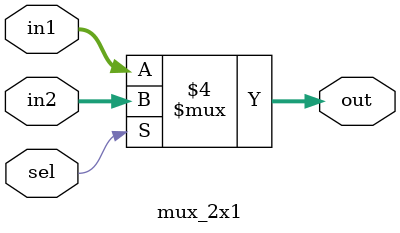
<source format=sv>
module mux_2x1
#(parameter int WIDTH = 32)
(
    input logic [WIDTH-1:0] in1, 
    input logic [WIDTH-1:0] in2, 
    input logic sel, 
    output logic [WIDTH-1:0] out
);

    always_comb begin 
        if(!sel) out = in1; 
        else out = in2; 
    end 
endmodule 
</source>
